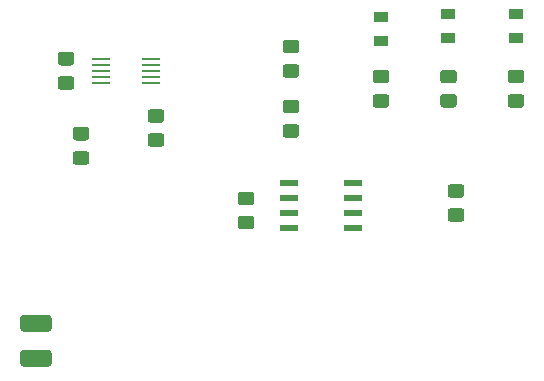
<source format=gbr>
%TF.GenerationSoftware,KiCad,Pcbnew,(5.1.6)-1*%
%TF.CreationDate,2020-11-22T13:37:39-05:00*%
%TF.ProjectId,GLV_BOBV6,474c565f-424f-4425-9636-2e6b69636164,rev?*%
%TF.SameCoordinates,Original*%
%TF.FileFunction,Paste,Top*%
%TF.FilePolarity,Positive*%
%FSLAX46Y46*%
G04 Gerber Fmt 4.6, Leading zero omitted, Abs format (unit mm)*
G04 Created by KiCad (PCBNEW (5.1.6)-1) date 2020-11-22 13:37:39*
%MOMM*%
%LPD*%
G01*
G04 APERTURE LIST*
%ADD10R,1.549400X0.558800*%
%ADD11R,1.244600X0.863600*%
%ADD12R,1.574800X0.279400*%
G04 APERTURE END LIST*
%TO.C,R3*%
G36*
G01*
X149040001Y-46050000D02*
X148139999Y-46050000D01*
G75*
G02*
X147890000Y-45800001I0J249999D01*
G01*
X147890000Y-45149999D01*
G75*
G02*
X148139999Y-44900000I249999J0D01*
G01*
X149040001Y-44900000D01*
G75*
G02*
X149290000Y-45149999I0J-249999D01*
G01*
X149290000Y-45800001D01*
G75*
G02*
X149040001Y-46050000I-249999J0D01*
G01*
G37*
G36*
G01*
X149040001Y-44000000D02*
X148139999Y-44000000D01*
G75*
G02*
X147890000Y-43750001I0J249999D01*
G01*
X147890000Y-43099999D01*
G75*
G02*
X148139999Y-42850000I249999J0D01*
G01*
X149040001Y-42850000D01*
G75*
G02*
X149290000Y-43099999I0J-249999D01*
G01*
X149290000Y-43750001D01*
G75*
G02*
X149040001Y-44000000I-249999J0D01*
G01*
G37*
%TD*%
%TO.C,R2*%
G36*
G01*
X155390001Y-42485000D02*
X154489999Y-42485000D01*
G75*
G02*
X154240000Y-42235001I0J249999D01*
G01*
X154240000Y-41584999D01*
G75*
G02*
X154489999Y-41335000I249999J0D01*
G01*
X155390001Y-41335000D01*
G75*
G02*
X155640000Y-41584999I0J-249999D01*
G01*
X155640000Y-42235001D01*
G75*
G02*
X155390001Y-42485000I-249999J0D01*
G01*
G37*
G36*
G01*
X155390001Y-44535000D02*
X154489999Y-44535000D01*
G75*
G02*
X154240000Y-44285001I0J249999D01*
G01*
X154240000Y-43634999D01*
G75*
G02*
X154489999Y-43385000I249999J0D01*
G01*
X155390001Y-43385000D01*
G75*
G02*
X155640000Y-43634999I0J-249999D01*
G01*
X155640000Y-44285001D01*
G75*
G02*
X155390001Y-44535000I-249999J0D01*
G01*
G37*
%TD*%
%TO.C,C1*%
G36*
G01*
X147770001Y-39700000D02*
X146869999Y-39700000D01*
G75*
G02*
X146620000Y-39450001I0J249999D01*
G01*
X146620000Y-38799999D01*
G75*
G02*
X146869999Y-38550000I249999J0D01*
G01*
X147770001Y-38550000D01*
G75*
G02*
X148020000Y-38799999I0J-249999D01*
G01*
X148020000Y-39450001D01*
G75*
G02*
X147770001Y-39700000I-249999J0D01*
G01*
G37*
G36*
G01*
X147770001Y-37650000D02*
X146869999Y-37650000D01*
G75*
G02*
X146620000Y-37400001I0J249999D01*
G01*
X146620000Y-36749999D01*
G75*
G02*
X146869999Y-36500000I249999J0D01*
G01*
X147770001Y-36500000D01*
G75*
G02*
X148020000Y-36749999I0J-249999D01*
G01*
X148020000Y-37400001D01*
G75*
G02*
X147770001Y-37650000I-249999J0D01*
G01*
G37*
%TD*%
%TO.C,C2*%
G36*
G01*
X162109999Y-50370000D02*
X163010001Y-50370000D01*
G75*
G02*
X163260000Y-50619999I0J-249999D01*
G01*
X163260000Y-51270001D01*
G75*
G02*
X163010001Y-51520000I-249999J0D01*
G01*
X162109999Y-51520000D01*
G75*
G02*
X161860000Y-51270001I0J249999D01*
G01*
X161860000Y-50619999D01*
G75*
G02*
X162109999Y-50370000I249999J0D01*
G01*
G37*
G36*
G01*
X162109999Y-48320000D02*
X163010001Y-48320000D01*
G75*
G02*
X163260000Y-48569999I0J-249999D01*
G01*
X163260000Y-49220001D01*
G75*
G02*
X163010001Y-49470000I-249999J0D01*
G01*
X162109999Y-49470000D01*
G75*
G02*
X161860000Y-49220001I0J249999D01*
G01*
X161860000Y-48569999D01*
G75*
G02*
X162109999Y-48320000I249999J0D01*
G01*
G37*
%TD*%
%TO.C,C3*%
G36*
G01*
X180790001Y-50885000D02*
X179889999Y-50885000D01*
G75*
G02*
X179640000Y-50635001I0J249999D01*
G01*
X179640000Y-49984999D01*
G75*
G02*
X179889999Y-49735000I249999J0D01*
G01*
X180790001Y-49735000D01*
G75*
G02*
X181040000Y-49984999I0J-249999D01*
G01*
X181040000Y-50635001D01*
G75*
G02*
X180790001Y-50885000I-249999J0D01*
G01*
G37*
G36*
G01*
X180790001Y-48835000D02*
X179889999Y-48835000D01*
G75*
G02*
X179640000Y-48585001I0J249999D01*
G01*
X179640000Y-47934999D01*
G75*
G02*
X179889999Y-47685000I249999J0D01*
G01*
X180790001Y-47685000D01*
G75*
G02*
X181040000Y-47934999I0J-249999D01*
G01*
X181040000Y-48585001D01*
G75*
G02*
X180790001Y-48835000I-249999J0D01*
G01*
G37*
%TD*%
D10*
%TO.C,CR1*%
X166230300Y-47625000D03*
X166230300Y-48895000D03*
X166230300Y-50165000D03*
X166230300Y-51435000D03*
X171589700Y-51435000D03*
X171589700Y-50165000D03*
X171589700Y-48895000D03*
X171589700Y-47625000D03*
%TD*%
D11*
%TO.C,D1*%
X173990000Y-33502600D03*
X173990000Y-35560000D03*
%TD*%
%TO.C,D2*%
X179705000Y-35318700D03*
X179705000Y-33261300D03*
%TD*%
%TO.C,D3*%
X185420000Y-33261300D03*
X185420000Y-35318700D03*
%TD*%
%TO.C,R1*%
G36*
G01*
X143705000Y-58760000D02*
X145855000Y-58760000D01*
G75*
G02*
X146105000Y-59010000I0J-250000D01*
G01*
X146105000Y-59935000D01*
G75*
G02*
X145855000Y-60185000I-250000J0D01*
G01*
X143705000Y-60185000D01*
G75*
G02*
X143455000Y-59935000I0J250000D01*
G01*
X143455000Y-59010000D01*
G75*
G02*
X143705000Y-58760000I250000J0D01*
G01*
G37*
G36*
G01*
X143705000Y-61735000D02*
X145855000Y-61735000D01*
G75*
G02*
X146105000Y-61985000I0J-250000D01*
G01*
X146105000Y-62910000D01*
G75*
G02*
X145855000Y-63160000I-250000J0D01*
G01*
X143705000Y-63160000D01*
G75*
G02*
X143455000Y-62910000I0J250000D01*
G01*
X143455000Y-61985000D01*
G75*
G02*
X143705000Y-61735000I250000J0D01*
G01*
G37*
%TD*%
%TO.C,R4*%
G36*
G01*
X166820001Y-41705000D02*
X165919999Y-41705000D01*
G75*
G02*
X165670000Y-41455001I0J249999D01*
G01*
X165670000Y-40804999D01*
G75*
G02*
X165919999Y-40555000I249999J0D01*
G01*
X166820001Y-40555000D01*
G75*
G02*
X167070000Y-40804999I0J-249999D01*
G01*
X167070000Y-41455001D01*
G75*
G02*
X166820001Y-41705000I-249999J0D01*
G01*
G37*
G36*
G01*
X166820001Y-43755000D02*
X165919999Y-43755000D01*
G75*
G02*
X165670000Y-43505001I0J249999D01*
G01*
X165670000Y-42854999D01*
G75*
G02*
X165919999Y-42605000I249999J0D01*
G01*
X166820001Y-42605000D01*
G75*
G02*
X167070000Y-42854999I0J-249999D01*
G01*
X167070000Y-43505001D01*
G75*
G02*
X166820001Y-43755000I-249999J0D01*
G01*
G37*
%TD*%
%TO.C,R5*%
G36*
G01*
X166820001Y-38675000D02*
X165919999Y-38675000D01*
G75*
G02*
X165670000Y-38425001I0J249999D01*
G01*
X165670000Y-37774999D01*
G75*
G02*
X165919999Y-37525000I249999J0D01*
G01*
X166820001Y-37525000D01*
G75*
G02*
X167070000Y-37774999I0J-249999D01*
G01*
X167070000Y-38425001D01*
G75*
G02*
X166820001Y-38675000I-249999J0D01*
G01*
G37*
G36*
G01*
X166820001Y-36625000D02*
X165919999Y-36625000D01*
G75*
G02*
X165670000Y-36375001I0J249999D01*
G01*
X165670000Y-35724999D01*
G75*
G02*
X165919999Y-35475000I249999J0D01*
G01*
X166820001Y-35475000D01*
G75*
G02*
X167070000Y-35724999I0J-249999D01*
G01*
X167070000Y-36375001D01*
G75*
G02*
X166820001Y-36625000I-249999J0D01*
G01*
G37*
%TD*%
%TO.C,R7*%
G36*
G01*
X173539999Y-38015000D02*
X174440001Y-38015000D01*
G75*
G02*
X174690000Y-38264999I0J-249999D01*
G01*
X174690000Y-38915001D01*
G75*
G02*
X174440001Y-39165000I-249999J0D01*
G01*
X173539999Y-39165000D01*
G75*
G02*
X173290000Y-38915001I0J249999D01*
G01*
X173290000Y-38264999D01*
G75*
G02*
X173539999Y-38015000I249999J0D01*
G01*
G37*
G36*
G01*
X173539999Y-40065000D02*
X174440001Y-40065000D01*
G75*
G02*
X174690000Y-40314999I0J-249999D01*
G01*
X174690000Y-40965001D01*
G75*
G02*
X174440001Y-41215000I-249999J0D01*
G01*
X173539999Y-41215000D01*
G75*
G02*
X173290000Y-40965001I0J249999D01*
G01*
X173290000Y-40314999D01*
G75*
G02*
X173539999Y-40065000I249999J0D01*
G01*
G37*
%TD*%
%TO.C,R8*%
G36*
G01*
X179254999Y-38015000D02*
X180155001Y-38015000D01*
G75*
G02*
X180405000Y-38264999I0J-249999D01*
G01*
X180405000Y-38915001D01*
G75*
G02*
X180155001Y-39165000I-249999J0D01*
G01*
X179254999Y-39165000D01*
G75*
G02*
X179005000Y-38915001I0J249999D01*
G01*
X179005000Y-38264999D01*
G75*
G02*
X179254999Y-38015000I249999J0D01*
G01*
G37*
G36*
G01*
X179254999Y-40065000D02*
X180155001Y-40065000D01*
G75*
G02*
X180405000Y-40314999I0J-249999D01*
G01*
X180405000Y-40965001D01*
G75*
G02*
X180155001Y-41215000I-249999J0D01*
G01*
X179254999Y-41215000D01*
G75*
G02*
X179005000Y-40965001I0J249999D01*
G01*
X179005000Y-40314999D01*
G75*
G02*
X179254999Y-40065000I249999J0D01*
G01*
G37*
%TD*%
%TO.C,R9*%
G36*
G01*
X184969999Y-40065000D02*
X185870001Y-40065000D01*
G75*
G02*
X186120000Y-40314999I0J-249999D01*
G01*
X186120000Y-40965001D01*
G75*
G02*
X185870001Y-41215000I-249999J0D01*
G01*
X184969999Y-41215000D01*
G75*
G02*
X184720000Y-40965001I0J249999D01*
G01*
X184720000Y-40314999D01*
G75*
G02*
X184969999Y-40065000I249999J0D01*
G01*
G37*
G36*
G01*
X184969999Y-38015000D02*
X185870001Y-38015000D01*
G75*
G02*
X186120000Y-38264999I0J-249999D01*
G01*
X186120000Y-38915001D01*
G75*
G02*
X185870001Y-39165000I-249999J0D01*
G01*
X184969999Y-39165000D01*
G75*
G02*
X184720000Y-38915001I0J249999D01*
G01*
X184720000Y-38264999D01*
G75*
G02*
X184969999Y-38015000I249999J0D01*
G01*
G37*
%TD*%
D12*
%TO.C,U1*%
X150304500Y-37099999D03*
X150304500Y-37600001D03*
X150304500Y-38100000D03*
X150304500Y-38599999D03*
X150304500Y-39100001D03*
X154495500Y-39100001D03*
X154495500Y-38599999D03*
X154495500Y-38100000D03*
X154495500Y-37600001D03*
X154495500Y-37099999D03*
%TD*%
M02*

</source>
